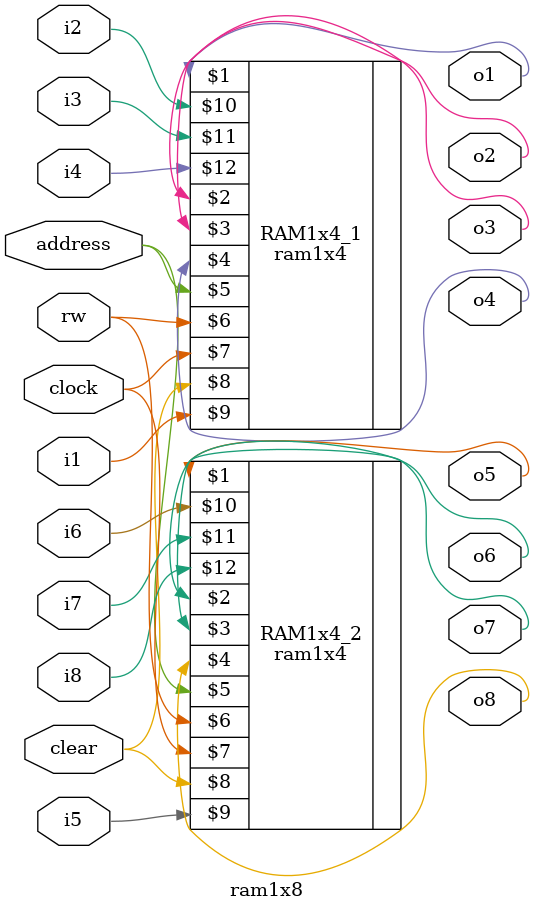
<source format=v>

`include "ram1x4.v"

module ram1x8 ( output o1, output o2, output o3, output o4, output o5, output o6, output o7, output o8,
                input address, input rw, input clock, input clear,
                input i1, input i2, input i3, input i4, input i5, input i6, input i7, input i8 );
    // descrição por portas lógicas
    ram1x4 RAM1x4_1 ( o1, o2, o3, o4, address, rw, clock, clear, i1, i2, i3, i4 );
    ram1x4 RAM1x4_2 ( o5, o6, o7, o8, address, rw, clock, clear, i5, i6, i7, i8 );
endmodule // ram1x8
</source>
